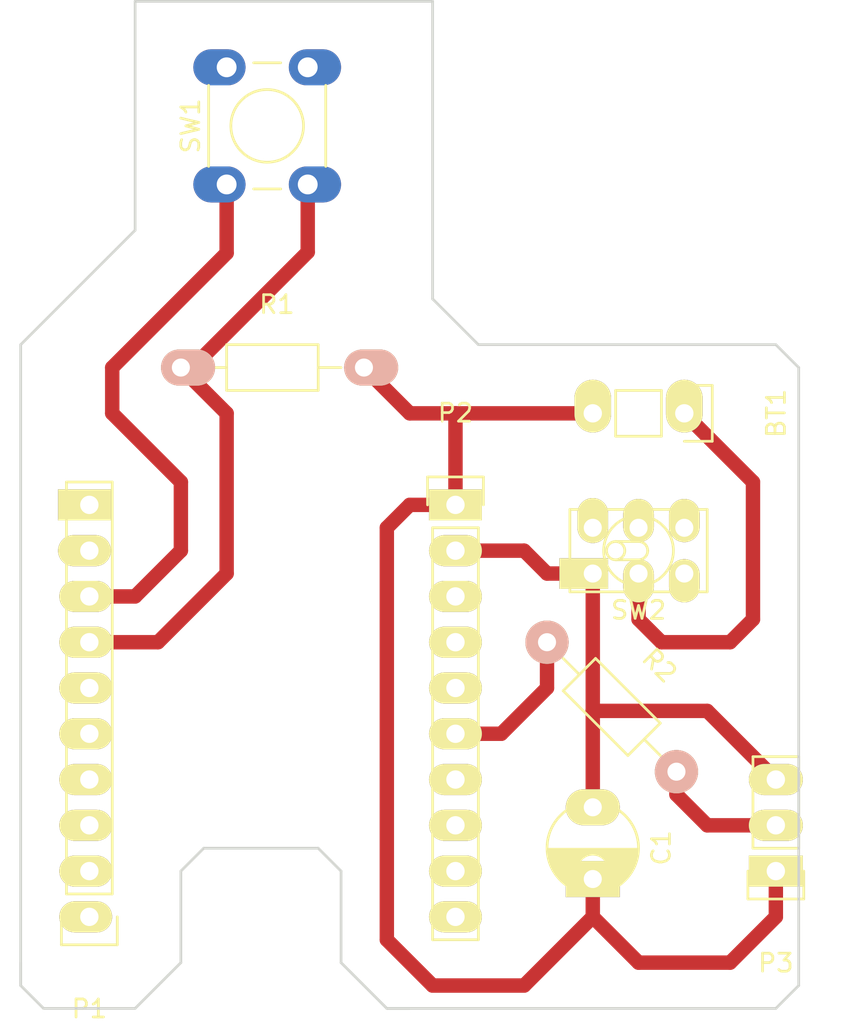
<source format=kicad_pcb>
(kicad_pcb (version 4) (host pcbnew 4.0.4-stable)

  (general
    (links 16)
    (no_connects 3)
    (area 111.206667 50.724999 160.573334 108.375)
    (thickness 1.6)
    (drawings 22)
    (tracks 50)
    (zones 0)
    (modules 9)
    (nets 23)
  )

  (page A4)
  (layers
    (0 F.Cu signal)
    (31 B.Cu signal)
    (32 B.Adhes user)
    (33 F.Adhes user)
    (34 B.Paste user)
    (35 F.Paste user)
    (36 B.SilkS user)
    (37 F.SilkS user)
    (38 B.Mask user)
    (39 F.Mask user)
    (40 Dwgs.User user)
    (41 Cmts.User user)
    (42 Eco1.User user)
    (43 Eco2.User user)
    (44 Edge.Cuts user)
    (45 Margin user)
    (46 B.CrtYd user)
    (47 F.CrtYd user)
    (48 B.Fab user)
    (49 F.Fab user)
  )

  (setup
    (last_trace_width 0.3)
    (user_trace_width 0.3)
    (user_trace_width 0.4)
    (user_trace_width 0.5)
    (user_trace_width 0.6)
    (user_trace_width 0.7)
    (user_trace_width 0.8)
    (trace_clearance 0.8)
    (zone_clearance 0.508)
    (zone_45_only no)
    (trace_min 0.3)
    (segment_width 0.2)
    (edge_width 0.15)
    (via_size 0.6)
    (via_drill 0.4)
    (via_min_size 0.4)
    (via_min_drill 0.3)
    (uvia_size 0.3)
    (uvia_drill 0.1)
    (uvias_allowed no)
    (uvia_min_size 0.2)
    (uvia_min_drill 0.1)
    (pcb_text_width 0.3)
    (pcb_text_size 1.5 1.5)
    (mod_edge_width 0.15)
    (mod_text_size 1 1)
    (mod_text_width 0.15)
    (pad_size 2.9 2)
    (pad_drill 1.1)
    (pad_to_mask_clearance 0.2)
    (aux_axis_origin 0 0)
    (visible_elements 7FFFFFFF)
    (pcbplotparams
      (layerselection 0x01000_80000001)
      (usegerberextensions false)
      (excludeedgelayer true)
      (linewidth 0.100000)
      (plotframeref false)
      (viasonmask false)
      (mode 1)
      (useauxorigin false)
      (hpglpennumber 1)
      (hpglpenspeed 20)
      (hpglpendiameter 15)
      (hpglpenoverlay 2)
      (psnegative false)
      (psa4output false)
      (plotreference true)
      (plotvalue true)
      (plotinvisibletext false)
      (padsonsilk false)
      (subtractmaskfromsilk false)
      (outputformat 1)
      (mirror false)
      (drillshape 0)
      (scaleselection 1)
      (outputdirectory gerbers/))
  )

  (net 0 "")
  (net 1 "Net-(BT1-Pad1)")
  (net 2 GND)
  (net 3 VBat)
  (net 4 TX)
  (net 5 RX)
  (net 6 5)
  (net 7 4)
  (net 8 0)
  (net 9 2)
  (net 10 15)
  (net 11 V33)
  (net 12 LDD)
  (net 13 V+)
  (net 14 13)
  (net 15 12)
  (net 16 14)
  (net 17 16)
  (net 18 EN)
  (net 19 A)
  (net 20 RST)
  (net 21 "Net-(P3-Pad2)")
  (net 22 "Net-(SW2-Pad3)")

  (net_class Default "This is the default net class."
    (clearance 0.8)
    (trace_width 0.3)
    (via_dia 0.6)
    (via_drill 0.4)
    (uvia_dia 0.3)
    (uvia_drill 0.1)
    (add_net 0)
    (add_net 12)
    (add_net 13)
    (add_net 14)
    (add_net 15)
    (add_net 16)
    (add_net 2)
    (add_net 4)
    (add_net 5)
    (add_net A)
    (add_net EN)
    (add_net GND)
    (add_net LDD)
    (add_net "Net-(BT1-Pad1)")
    (add_net "Net-(P3-Pad2)")
    (add_net "Net-(SW2-Pad3)")
    (add_net RST)
    (add_net RX)
    (add_net TX)
    (add_net V+)
    (add_net V33)
    (add_net VBat)
  )

  (module Resistors_ThroughHole:Resistor_Horizontal_RM10mm (layer F.Cu) (tedit 580BA752) (tstamp 580659FA)
    (at 142.24 86.36 315)
    (descr "Resistor, Axial,  RM 10mm, 1/3W")
    (tags "Resistor Axial RM 10mm 1/3W")
    (path /58066786)
    (fp_text reference R2 (at 5.32892 -3.50012 315) (layer F.SilkS)
      (effects (font (size 1 1) (thickness 0.15)))
    )
    (fp_text value R (at 5.08 3.81 315) (layer F.Fab)
      (effects (font (size 1 1) (thickness 0.15)))
    )
    (fp_line (start -1.25 -1.5) (end 11.4 -1.5) (layer F.CrtYd) (width 0.05))
    (fp_line (start -1.25 1.5) (end -1.25 -1.5) (layer F.CrtYd) (width 0.05))
    (fp_line (start 11.4 -1.5) (end 11.4 1.5) (layer F.CrtYd) (width 0.05))
    (fp_line (start -1.25 1.5) (end 11.4 1.5) (layer F.CrtYd) (width 0.05))
    (fp_line (start 2.54 -1.27) (end 7.62 -1.27) (layer F.SilkS) (width 0.15))
    (fp_line (start 7.62 -1.27) (end 7.62 1.27) (layer F.SilkS) (width 0.15))
    (fp_line (start 7.62 1.27) (end 2.54 1.27) (layer F.SilkS) (width 0.15))
    (fp_line (start 2.54 1.27) (end 2.54 -1.27) (layer F.SilkS) (width 0.15))
    (fp_line (start 2.54 0) (end 1.27 0) (layer F.SilkS) (width 0.15))
    (fp_line (start 7.62 0) (end 8.89 0) (layer F.SilkS) (width 0.15))
    (pad 1 thru_hole circle (at 0 0 315) (size 2.4 2.4) (drill 1.00076) (layers *.Cu *.SilkS *.Mask)
      (net 16 14))
    (pad 2 thru_hole circle (at 10.16 0 315) (size 2.4 2.4) (drill 1.00076) (layers *.Cu *.SilkS *.Mask)
      (net 21 "Net-(P3-Pad2)"))
    (model Resistors_ThroughHole.3dshapes/Resistor_Horizontal_RM10mm.wrl
      (at (xyz 0.2 0 0))
      (scale (xyz 0.4 0.4 0.4))
      (rotate (xyz 0 0 0))
    )
  )

  (module Capacitors_ThroughHole:C_Radial_D5_L11_P2.5 (layer F.Cu) (tedit 580BA707) (tstamp 580659CB)
    (at 144.78 96.52 270)
    (descr "Radial Electrolytic Capacitor Diameter 5mm x Length 11mm, Pitch 2.5mm")
    (tags "Electrolytic Capacitor")
    (path /58066A58)
    (fp_text reference C1 (at 1.25 -3.8 270) (layer F.SilkS)
      (effects (font (size 1 1) (thickness 0.15)))
    )
    (fp_text value CP1 (at 1.25 3.8 270) (layer F.Fab)
      (effects (font (size 1 1) (thickness 0.15)))
    )
    (fp_line (start 1.325 -2.499) (end 1.325 2.499) (layer F.SilkS) (width 0.15))
    (fp_line (start 1.465 -2.491) (end 1.465 2.491) (layer F.SilkS) (width 0.15))
    (fp_line (start 1.605 -2.475) (end 1.605 -0.095) (layer F.SilkS) (width 0.15))
    (fp_line (start 1.605 0.095) (end 1.605 2.475) (layer F.SilkS) (width 0.15))
    (fp_line (start 1.745 -2.451) (end 1.745 -0.49) (layer F.SilkS) (width 0.15))
    (fp_line (start 1.745 0.49) (end 1.745 2.451) (layer F.SilkS) (width 0.15))
    (fp_line (start 1.885 -2.418) (end 1.885 -0.657) (layer F.SilkS) (width 0.15))
    (fp_line (start 1.885 0.657) (end 1.885 2.418) (layer F.SilkS) (width 0.15))
    (fp_line (start 2.025 -2.377) (end 2.025 -0.764) (layer F.SilkS) (width 0.15))
    (fp_line (start 2.025 0.764) (end 2.025 2.377) (layer F.SilkS) (width 0.15))
    (fp_line (start 2.165 -2.327) (end 2.165 -0.835) (layer F.SilkS) (width 0.15))
    (fp_line (start 2.165 0.835) (end 2.165 2.327) (layer F.SilkS) (width 0.15))
    (fp_line (start 2.305 -2.266) (end 2.305 -0.879) (layer F.SilkS) (width 0.15))
    (fp_line (start 2.305 0.879) (end 2.305 2.266) (layer F.SilkS) (width 0.15))
    (fp_line (start 2.445 -2.196) (end 2.445 -0.898) (layer F.SilkS) (width 0.15))
    (fp_line (start 2.445 0.898) (end 2.445 2.196) (layer F.SilkS) (width 0.15))
    (fp_line (start 2.585 -2.114) (end 2.585 -0.896) (layer F.SilkS) (width 0.15))
    (fp_line (start 2.585 0.896) (end 2.585 2.114) (layer F.SilkS) (width 0.15))
    (fp_line (start 2.725 -2.019) (end 2.725 -0.871) (layer F.SilkS) (width 0.15))
    (fp_line (start 2.725 0.871) (end 2.725 2.019) (layer F.SilkS) (width 0.15))
    (fp_line (start 2.865 -1.908) (end 2.865 -0.823) (layer F.SilkS) (width 0.15))
    (fp_line (start 2.865 0.823) (end 2.865 1.908) (layer F.SilkS) (width 0.15))
    (fp_line (start 3.005 -1.78) (end 3.005 -0.745) (layer F.SilkS) (width 0.15))
    (fp_line (start 3.005 0.745) (end 3.005 1.78) (layer F.SilkS) (width 0.15))
    (fp_line (start 3.145 -1.631) (end 3.145 -0.628) (layer F.SilkS) (width 0.15))
    (fp_line (start 3.145 0.628) (end 3.145 1.631) (layer F.SilkS) (width 0.15))
    (fp_line (start 3.285 -1.452) (end 3.285 -0.44) (layer F.SilkS) (width 0.15))
    (fp_line (start 3.285 0.44) (end 3.285 1.452) (layer F.SilkS) (width 0.15))
    (fp_line (start 3.425 -1.233) (end 3.425 1.233) (layer F.SilkS) (width 0.15))
    (fp_line (start 3.565 -0.944) (end 3.565 0.944) (layer F.SilkS) (width 0.15))
    (fp_line (start 3.705 -0.472) (end 3.705 0.472) (layer F.SilkS) (width 0.15))
    (fp_circle (center 2.5 0) (end 2.5 -0.9) (layer F.SilkS) (width 0.15))
    (fp_circle (center 1.25 0) (end 1.25 -2.5375) (layer F.SilkS) (width 0.15))
    (fp_circle (center 1.25 0) (end 1.25 -2.8) (layer F.CrtYd) (width 0.05))
    (pad 1 thru_hole oval (at -1 0 270) (size 2 3) (drill 1) (layers *.Cu *.Mask F.SilkS)
      (net 3 VBat))
    (pad 2 thru_hole rect (at 2.98 0 270) (size 2 3) (drill 1) (layers *.Cu *.Mask F.SilkS)
      (net 2 GND))
    (model Capacitors_ThroughHole.3dshapes/C_Radial_D5_L11_P2.5.wrl
      (at (xyz 0.049213 0 0))
      (scale (xyz 1 1 1))
      (rotate (xyz 0 0 90))
    )
  )

  (module Pin_Headers:Pin_Header_Straight_1x02 (layer F.Cu) (tedit 580BA8D3) (tstamp 580659C5)
    (at 149.86 73.66 270)
    (descr "Through hole pin header")
    (tags "pin header")
    (path /58066F7A)
    (fp_text reference BT1 (at 0 -5.1 270) (layer F.SilkS)
      (effects (font (size 1 1) (thickness 0.15)))
    )
    (fp_text value Battery (at 0 -3.1 270) (layer F.Fab)
      (effects (font (size 1 1) (thickness 0.15)))
    )
    (fp_line (start 1.27 1.27) (end 1.27 3.81) (layer F.SilkS) (width 0.15))
    (fp_line (start 1.55 -1.55) (end 1.55 0) (layer F.SilkS) (width 0.15))
    (fp_line (start -1.75 -1.75) (end -1.75 4.3) (layer F.CrtYd) (width 0.05))
    (fp_line (start 1.75 -1.75) (end 1.75 4.3) (layer F.CrtYd) (width 0.05))
    (fp_line (start -1.75 -1.75) (end 1.75 -1.75) (layer F.CrtYd) (width 0.05))
    (fp_line (start -1.75 4.3) (end 1.75 4.3) (layer F.CrtYd) (width 0.05))
    (fp_line (start 1.27 1.27) (end -1.27 1.27) (layer F.SilkS) (width 0.15))
    (fp_line (start -1.55 0) (end -1.55 -1.55) (layer F.SilkS) (width 0.15))
    (fp_line (start -1.55 -1.55) (end 1.55 -1.55) (layer F.SilkS) (width 0.15))
    (fp_line (start -1.27 1.27) (end -1.27 3.81) (layer F.SilkS) (width 0.15))
    (fp_line (start -1.27 3.81) (end 1.27 3.81) (layer F.SilkS) (width 0.15))
    (pad 1 thru_hole oval (at 0 0 270) (size 2.932 2.032) (drill 1.016 (offset -0.4 0)) (layers *.Cu *.Mask F.SilkS)
      (net 1 "Net-(BT1-Pad1)"))
    (pad 2 thru_hole oval (at 0 5.08 270) (size 2.932 2.032) (drill 1.016 (offset -0.4 0)) (layers *.Cu *.Mask F.SilkS)
      (net 2 GND))
    (model Pin_Headers.3dshapes/Pin_Header_Straight_1x02.wrl
      (at (xyz 0 -0.05 0))
      (scale (xyz 1 1 1))
      (rotate (xyz 0 0 90))
    )
  )

  (module Pin_Headers:Pin_Header_Straight_1x10 (layer F.Cu) (tedit 580BA595) (tstamp 580659D9)
    (at 116.84 101.6 180)
    (descr "Through hole pin header")
    (tags "pin header")
    (path /58067235)
    (fp_text reference P1 (at 0 -5.1 180) (layer F.SilkS)
      (effects (font (size 1 1) (thickness 0.15)))
    )
    (fp_text value CONN_01X10 (at 0 -3.1 180) (layer F.Fab)
      (effects (font (size 1 1) (thickness 0.15)))
    )
    (fp_line (start -1.75 -1.75) (end -1.75 24.65) (layer F.CrtYd) (width 0.05))
    (fp_line (start 1.75 -1.75) (end 1.75 24.65) (layer F.CrtYd) (width 0.05))
    (fp_line (start -1.75 -1.75) (end 1.75 -1.75) (layer F.CrtYd) (width 0.05))
    (fp_line (start -1.75 24.65) (end 1.75 24.65) (layer F.CrtYd) (width 0.05))
    (fp_line (start 1.27 1.27) (end 1.27 24.13) (layer F.SilkS) (width 0.15))
    (fp_line (start 1.27 24.13) (end -1.27 24.13) (layer F.SilkS) (width 0.15))
    (fp_line (start -1.27 24.13) (end -1.27 1.27) (layer F.SilkS) (width 0.15))
    (fp_line (start 1.55 -1.55) (end 1.55 0) (layer F.SilkS) (width 0.15))
    (fp_line (start 1.27 1.27) (end -1.27 1.27) (layer F.SilkS) (width 0.15))
    (fp_line (start -1.55 0) (end -1.55 -1.55) (layer F.SilkS) (width 0.15))
    (fp_line (start -1.55 -1.55) (end 1.55 -1.55) (layer F.SilkS) (width 0.15))
    (pad 1 thru_hole oval (at 0 0 180) (size 2.932 1.7272) (drill 1.016 (offset 0.2 0)) (layers *.Cu *.Mask F.SilkS)
      (net 4 TX))
    (pad 2 thru_hole oval (at 0 2.54 180) (size 2.932 1.7272) (drill 1.016 (offset 0.2 0)) (layers *.Cu *.Mask F.SilkS)
      (net 5 RX))
    (pad 3 thru_hole oval (at 0 5.08 180) (size 2.932 1.7272) (drill 1.016 (offset 0.2 0)) (layers *.Cu *.Mask F.SilkS)
      (net 6 5))
    (pad 4 thru_hole oval (at 0 7.62 180) (size 2.932 1.7272) (drill 1.016 (offset 0.2 0)) (layers *.Cu *.Mask F.SilkS)
      (net 7 4))
    (pad 5 thru_hole oval (at 0 10.16 180) (size 2.932 1.7272) (drill 1.016 (offset 0.2 0)) (layers *.Cu *.Mask F.SilkS)
      (net 8 0))
    (pad 6 thru_hole oval (at 0 12.7 180) (size 2.932 1.7272) (drill 1.016 (offset 0.2 0)) (layers *.Cu *.Mask F.SilkS)
      (net 9 2))
    (pad 7 thru_hole oval (at 0 15.24 180) (size 2.932 1.7272) (drill 1.016 (offset 0.2 0)) (layers *.Cu *.Mask F.SilkS)
      (net 10 15))
    (pad 8 thru_hole oval (at 0 17.78 180) (size 2.932 1.7272) (drill 1.016 (offset 0.2 0)) (layers *.Cu *.Mask F.SilkS)
      (net 11 V33))
    (pad 9 thru_hole oval (at 0 20.32 180) (size 2.932 1.7272) (drill 1.016 (offset 0.27 0)) (layers *.Cu *.Mask F.SilkS)
      (net 12 LDD))
    (pad 10 thru_hole rect (at 0 22.86 180) (size 2.932 1.7272) (drill 1.016 (offset 0.27 0)) (layers *.Cu *.Mask F.SilkS)
      (net 2 GND))
    (model Pin_Headers.3dshapes/Pin_Header_Straight_1x10.wrl
      (at (xyz 0 -0.45 0))
      (scale (xyz 1 1 1))
      (rotate (xyz 0 0 90))
    )
  )

  (module Pin_Headers:Pin_Header_Straight_1x10 (layer F.Cu) (tedit 580BA6CC) (tstamp 580659E7)
    (at 137.16 78.74)
    (descr "Through hole pin header")
    (tags "pin header")
    (path /580666ED)
    (fp_text reference P2 (at 0 -5.1) (layer F.SilkS)
      (effects (font (size 1 1) (thickness 0.15)))
    )
    (fp_text value CONN_01X10 (at 0 -3.1) (layer F.Fab)
      (effects (font (size 1 1) (thickness 0.15)))
    )
    (fp_line (start -1.75 -1.75) (end -1.75 24.65) (layer F.CrtYd) (width 0.05))
    (fp_line (start 1.75 -1.75) (end 1.75 24.65) (layer F.CrtYd) (width 0.05))
    (fp_line (start -1.75 -1.75) (end 1.75 -1.75) (layer F.CrtYd) (width 0.05))
    (fp_line (start -1.75 24.65) (end 1.75 24.65) (layer F.CrtYd) (width 0.05))
    (fp_line (start 1.27 1.27) (end 1.27 24.13) (layer F.SilkS) (width 0.15))
    (fp_line (start 1.27 24.13) (end -1.27 24.13) (layer F.SilkS) (width 0.15))
    (fp_line (start -1.27 24.13) (end -1.27 1.27) (layer F.SilkS) (width 0.15))
    (fp_line (start 1.55 -1.55) (end 1.55 0) (layer F.SilkS) (width 0.15))
    (fp_line (start 1.27 1.27) (end -1.27 1.27) (layer F.SilkS) (width 0.15))
    (fp_line (start -1.55 0) (end -1.55 -1.55) (layer F.SilkS) (width 0.15))
    (fp_line (start -1.55 -1.55) (end 1.55 -1.55) (layer F.SilkS) (width 0.15))
    (pad 1 thru_hole rect (at 0 0) (size 2.932 1.7272) (drill 1.016) (layers *.Cu *.Mask F.SilkS)
      (net 2 GND))
    (pad 2 thru_hole oval (at 0 2.54) (size 2.932 1.7272) (drill 1.016) (layers *.Cu *.Mask F.SilkS)
      (net 3 VBat))
    (pad 3 thru_hole oval (at 0 5.08) (size 2.932 1.7272) (drill 1.016) (layers *.Cu *.Mask F.SilkS)
      (net 13 V+))
    (pad 4 thru_hole oval (at 0 7.62) (size 2.932 1.7272) (drill 1.016) (layers *.Cu *.Mask F.SilkS)
      (net 14 13))
    (pad 5 thru_hole oval (at 0 10.16) (size 2.932 1.7272) (drill 1.016) (layers *.Cu *.Mask F.SilkS)
      (net 15 12))
    (pad 6 thru_hole oval (at 0 12.7) (size 2.932 1.7272) (drill 1.016) (layers *.Cu *.Mask F.SilkS)
      (net 16 14))
    (pad 7 thru_hole oval (at 0 15.24) (size 2.932 1.7272) (drill 1.016) (layers *.Cu *.Mask F.SilkS)
      (net 17 16))
    (pad 8 thru_hole oval (at 0 17.78) (size 2.932 1.7272) (drill 1.016) (layers *.Cu *.Mask F.SilkS)
      (net 18 EN))
    (pad 9 thru_hole oval (at 0 20.32) (size 2.932 1.7272) (drill 1.016) (layers *.Cu *.Mask F.SilkS)
      (net 19 A))
    (pad 10 thru_hole oval (at 0 22.86) (size 2.932 1.7272) (drill 1.016) (layers *.Cu *.Mask F.SilkS)
      (net 20 RST))
    (model Pin_Headers.3dshapes/Pin_Header_Straight_1x10.wrl
      (at (xyz 0 -0.45 0))
      (scale (xyz 1 1 1))
      (rotate (xyz 0 0 90))
    )
  )

  (module Pin_Headers:Pin_Header_Straight_1x03 (layer F.Cu) (tedit 5808FD89) (tstamp 580659EE)
    (at 154.94 99.06 180)
    (descr "Through hole pin header")
    (tags "pin header")
    (path /5806943E)
    (fp_text reference P3 (at 0 -5.1 180) (layer F.SilkS)
      (effects (font (size 1 1) (thickness 0.15)))
    )
    (fp_text value CONN_01X03 (at 0 -3.1 180) (layer F.Fab)
      (effects (font (size 1 1) (thickness 0.15)))
    )
    (fp_line (start -1.75 -1.75) (end -1.75 6.85) (layer F.CrtYd) (width 0.05))
    (fp_line (start 1.75 -1.75) (end 1.75 6.85) (layer F.CrtYd) (width 0.05))
    (fp_line (start -1.75 -1.75) (end 1.75 -1.75) (layer F.CrtYd) (width 0.05))
    (fp_line (start -1.75 6.85) (end 1.75 6.85) (layer F.CrtYd) (width 0.05))
    (fp_line (start -1.27 1.27) (end -1.27 6.35) (layer F.SilkS) (width 0.15))
    (fp_line (start -1.27 6.35) (end 1.27 6.35) (layer F.SilkS) (width 0.15))
    (fp_line (start 1.27 6.35) (end 1.27 1.27) (layer F.SilkS) (width 0.15))
    (fp_line (start 1.55 -1.55) (end 1.55 0) (layer F.SilkS) (width 0.15))
    (fp_line (start 1.27 1.27) (end -1.27 1.27) (layer F.SilkS) (width 0.15))
    (fp_line (start -1.55 0) (end -1.55 -1.55) (layer F.SilkS) (width 0.15))
    (fp_line (start -1.55 -1.55) (end 1.55 -1.55) (layer F.SilkS) (width 0.15))
    (pad 1 thru_hole rect (at 0 0 180) (size 3 1.7272) (drill 1.016) (layers *.Cu *.Mask F.SilkS)
      (net 2 GND))
    (pad 2 thru_hole oval (at 0 2.54 180) (size 3 1.7272) (drill 1.016) (layers *.Cu *.Mask F.SilkS)
      (net 21 "Net-(P3-Pad2)"))
    (pad 3 thru_hole oval (at 0 5.08 180) (size 3 1.7272) (drill 1.016) (layers *.Cu *.Mask F.SilkS)
      (net 3 VBat))
    (model Pin_Headers.3dshapes/Pin_Header_Straight_1x03.wrl
      (at (xyz 0 -0.1 0))
      (scale (xyz 1 1 1))
      (rotate (xyz 0 0 90))
    )
  )

  (module Resistors_ThroughHole:Resistor_Horizontal_RM10mm (layer F.Cu) (tedit 580BA913) (tstamp 580659F4)
    (at 121.92 71.12)
    (descr "Resistor, Axial,  RM 10mm, 1/3W")
    (tags "Resistor Axial RM 10mm 1/3W")
    (path /580685CF)
    (fp_text reference R1 (at 5.32892 -3.50012) (layer F.SilkS)
      (effects (font (size 1 1) (thickness 0.15)))
    )
    (fp_text value R (at 5.08 3.81) (layer F.Fab)
      (effects (font (size 1 1) (thickness 0.15)))
    )
    (fp_line (start -1.25 -1.5) (end 11.4 -1.5) (layer F.CrtYd) (width 0.05))
    (fp_line (start -1.25 1.5) (end -1.25 -1.5) (layer F.CrtYd) (width 0.05))
    (fp_line (start 11.4 -1.5) (end 11.4 1.5) (layer F.CrtYd) (width 0.05))
    (fp_line (start -1.25 1.5) (end 11.4 1.5) (layer F.CrtYd) (width 0.05))
    (fp_line (start 2.54 -1.27) (end 7.62 -1.27) (layer F.SilkS) (width 0.15))
    (fp_line (start 7.62 -1.27) (end 7.62 1.27) (layer F.SilkS) (width 0.15))
    (fp_line (start 7.62 1.27) (end 2.54 1.27) (layer F.SilkS) (width 0.15))
    (fp_line (start 2.54 1.27) (end 2.54 -1.27) (layer F.SilkS) (width 0.15))
    (fp_line (start 2.54 0) (end 1.27 0) (layer F.SilkS) (width 0.15))
    (fp_line (start 7.62 0) (end 8.89 0) (layer F.SilkS) (width 0.15))
    (pad 1 thru_hole oval (at 0 0) (size 2.99898 1.99898) (drill 1.00076 (offset 0.4 0)) (layers *.Cu *.SilkS *.Mask)
      (net 10 15))
    (pad 2 thru_hole oval (at 10.16 0) (size 2.99898 1.99898) (drill 1.00076 (offset 0.4 0)) (layers *.Cu *.SilkS *.Mask)
      (net 2 GND))
    (model Resistors_ThroughHole.3dshapes/Resistor_Horizontal_RM10mm.wrl
      (at (xyz 0.2 0 0))
      (scale (xyz 0.4 0.4 0.4))
      (rotate (xyz 0 0 0))
    )
  )

  (module Buttons_Switches_ThroughHole:SW_PUSH_6mm (layer F.Cu) (tedit 580BA96C) (tstamp 58065A02)
    (at 124.46 60.96 90)
    (descr https://www.omron.com/ecb/products/pdf/en-b3f.pdf)
    (tags "tact sw push 6mm")
    (path /580672E6)
    (fp_text reference SW1 (at 3.25 -2 90) (layer F.SilkS)
      (effects (font (size 1 1) (thickness 0.15)))
    )
    (fp_text value SW_PUSH (at 3.75 6.7 90) (layer F.Fab)
      (effects (font (size 1 1) (thickness 0.15)))
    )
    (fp_line (start 3.25 -0.75) (end 6.25 -0.75) (layer F.Fab) (width 0.15))
    (fp_line (start 6.25 -0.75) (end 6.25 5.25) (layer F.Fab) (width 0.15))
    (fp_line (start 6.25 5.25) (end 0.25 5.25) (layer F.Fab) (width 0.15))
    (fp_line (start 0.25 5.25) (end 0.25 -0.75) (layer F.Fab) (width 0.15))
    (fp_line (start 0.25 -0.75) (end 3.25 -0.75) (layer F.Fab) (width 0.15))
    (fp_line (start 7.75 6) (end 8 6) (layer F.CrtYd) (width 0.05))
    (fp_line (start 8 6) (end 8 5.75) (layer F.CrtYd) (width 0.05))
    (fp_line (start 7.75 -1.5) (end 8 -1.5) (layer F.CrtYd) (width 0.05))
    (fp_line (start 8 -1.5) (end 8 -1.25) (layer F.CrtYd) (width 0.05))
    (fp_line (start -1.5 -1.25) (end -1.5 -1.5) (layer F.CrtYd) (width 0.05))
    (fp_line (start -1.5 -1.5) (end -1.25 -1.5) (layer F.CrtYd) (width 0.05))
    (fp_line (start -1.5 5.75) (end -1.5 6) (layer F.CrtYd) (width 0.05))
    (fp_line (start -1.5 6) (end -1.25 6) (layer F.CrtYd) (width 0.05))
    (fp_circle (center 3.25 2.25) (end 1.25 2.5) (layer F.SilkS) (width 0.15))
    (fp_line (start -1.25 -1.5) (end 7.75 -1.5) (layer F.CrtYd) (width 0.05))
    (fp_line (start -1.5 5.75) (end -1.5 -1.25) (layer F.CrtYd) (width 0.05))
    (fp_line (start 7.75 6) (end -1.25 6) (layer F.CrtYd) (width 0.05))
    (fp_line (start 8 -1.25) (end 8 5.75) (layer F.CrtYd) (width 0.05))
    (fp_line (start 1 5.5) (end 5.5 5.5) (layer F.SilkS) (width 0.15))
    (fp_line (start -0.25 1.5) (end -0.25 3) (layer F.SilkS) (width 0.15))
    (fp_line (start 5.5 -1) (end 1 -1) (layer F.SilkS) (width 0.15))
    (fp_line (start 6.75 3) (end 6.75 1.5) (layer F.SilkS) (width 0.15))
    (pad 2 thru_hole oval (at 0 4.5 180) (size 2.9 2) (drill 1.1 (offset -0.4 0)) (layers *.Cu *.Mask)
      (net 10 15))
    (pad 1 thru_hole oval (at 0 0 180) (size 2.9 2) (drill 1.1 (offset 0.4 0)) (layers *.Cu *.Mask)
      (net 11 V33))
    (pad 2 thru_hole oval (at 6.5 4.5 180) (size 2.9 2) (drill 1.1 (offset -0.4 0)) (layers *.Cu *.Mask)
      (net 10 15))
    (pad 1 thru_hole oval (at 6.5 0 180) (size 2.9 2) (drill 1.1 (offset 0.4 0)) (layers *.Cu *.Mask)
      (net 11 V33))
  )

  (module Buttons_Switches_ThroughHole:SW_NKK_G1xJP (layer F.Cu) (tedit 580BA868) (tstamp 58065A0C)
    (at 147.32 81.28)
    (descr "Switch Nikkai ref G1xJP")
    (tags "SWITCH DEV TOGGLE ILLUM SPDT")
    (path /58066CE8)
    (fp_text reference SW2 (at 0 3.302) (layer F.SilkS)
      (effects (font (size 1 1) (thickness 0.15)))
    )
    (fp_text value Switch_SPDT_x2 (at 0.254 -3.302) (layer F.Fab)
      (effects (font (size 1 1) (thickness 0.15)))
    )
    (fp_circle (center -1.27 0) (end -1.778 0) (layer F.SilkS) (width 0.15))
    (fp_line (start 0 0.508) (end -1.27 0.508) (layer F.SilkS) (width 0.15))
    (fp_line (start -1.27 -0.508) (end 0 -0.508) (layer F.SilkS) (width 0.15))
    (fp_arc (start 0 0) (end 0 -0.508) (angle 90) (layer F.SilkS) (width 0.15))
    (fp_arc (start 0 0) (end 0.508 0) (angle 90) (layer F.SilkS) (width 0.15))
    (fp_circle (center 0 0) (end -0.762 -1.778) (layer F.SilkS) (width 0.15))
    (fp_line (start 3.81 -2.286) (end 3.81 2.286) (layer F.SilkS) (width 0.15))
    (fp_line (start -3.81 -2.286) (end -3.81 2.286) (layer F.SilkS) (width 0.15))
    (fp_line (start -3.81 -2.286) (end 3.81 -2.286) (layer F.SilkS) (width 0.15))
    (fp_line (start 3.81 2.286) (end -3.81 2.286) (layer F.SilkS) (width 0.15))
    (pad 1 thru_hole rect (at -2.54 1.27) (size 2.7 1.7) (drill 1 (offset -0.5 0)) (layers *.Cu *.Mask F.SilkS)
      (net 3 VBat))
    (pad 2 thru_hole oval (at 0 1.27) (size 1.7 2.4) (drill 1 (offset 0 0.4)) (layers *.Cu *.Mask F.SilkS)
      (net 1 "Net-(BT1-Pad1)"))
    (pad 3 thru_hole oval (at 2.54 1.27) (size 1.7 2.4) (drill 1 (offset 0 0.4)) (layers *.Cu *.Mask F.SilkS)
      (net 22 "Net-(SW2-Pad3)"))
    (pad 4 thru_hole oval (at 2.54 -1.27) (size 1.7 2.4) (drill 1 (offset 0 -0.4)) (layers *.Cu *.Mask F.SilkS))
    (pad 5 thru_hole oval (at 0 -1.27) (size 1.7 2.4) (drill 1 (offset 0 -0.4)) (layers *.Cu *.Mask F.SilkS))
    (pad 6 thru_hole oval (at -2.54 -1.27) (size 1.7 2.5) (drill 1 (offset 0 -0.4)) (layers *.Cu *.Mask F.SilkS))
    (model Buttons_Switches_ThroughHole.3dshapes/SW_NKK_G1xJP.wrl
      (at (xyz 0 0 0))
      (scale (xyz 0.33 0.33 0.33))
      (rotate (xyz 0 0 0))
    )
  )

  (gr_line (start 121.92 99.06) (end 121.92 104.14) (angle 90) (layer Edge.Cuts) (width 0.15))
  (gr_line (start 123.19 97.79) (end 121.92 99.06) (angle 90) (layer Edge.Cuts) (width 0.15))
  (gr_line (start 129.54 97.79) (end 123.19 97.79) (angle 90) (layer Edge.Cuts) (width 0.15))
  (gr_line (start 130.81 99.06) (end 129.54 97.79) (angle 90) (layer Edge.Cuts) (width 0.15))
  (gr_line (start 130.81 104.14) (end 130.81 99.06) (angle 90) (layer Edge.Cuts) (width 0.15))
  (gr_line (start 133.35 106.68) (end 134.62 106.68) (angle 90) (layer Edge.Cuts) (width 0.15))
  (gr_line (start 130.81 104.14) (end 133.35 106.68) (angle 90) (layer Edge.Cuts) (width 0.15))
  (gr_line (start 113.03 105.41) (end 113.03 104.14) (angle 90) (layer Edge.Cuts) (width 0.15))
  (gr_line (start 114.3 106.68) (end 113.03 105.41) (angle 90) (layer Edge.Cuts) (width 0.15))
  (gr_line (start 119.38 106.68) (end 114.3 106.68) (angle 90) (layer Edge.Cuts) (width 0.15))
  (gr_line (start 121.92 104.14) (end 119.38 106.68) (angle 90) (layer Edge.Cuts) (width 0.15))
  (gr_line (start 154.94 106.68) (end 133.35 106.68) (angle 90) (layer Edge.Cuts) (width 0.15))
  (gr_line (start 156.21 105.41) (end 154.94 106.68) (angle 90) (layer Edge.Cuts) (width 0.15))
  (gr_line (start 156.21 71.12) (end 156.21 105.41) (angle 90) (layer Edge.Cuts) (width 0.15))
  (gr_line (start 154.94 69.85) (end 156.21 71.12) (angle 90) (layer Edge.Cuts) (width 0.15))
  (gr_line (start 138.43 69.85) (end 154.94 69.85) (angle 90) (layer Edge.Cuts) (width 0.15))
  (gr_line (start 135.89 67.31) (end 138.43 69.85) (angle 90) (layer Edge.Cuts) (width 0.15))
  (gr_line (start 135.89 50.8) (end 135.89 67.31) (angle 90) (layer Edge.Cuts) (width 0.15))
  (gr_line (start 119.38 50.8) (end 135.89 50.8) (angle 90) (layer Edge.Cuts) (width 0.15))
  (gr_line (start 119.38 63.5) (end 119.38 50.8) (angle 90) (layer Edge.Cuts) (width 0.15))
  (gr_line (start 113.03 69.85) (end 119.38 63.5) (angle 90) (layer Edge.Cuts) (width 0.15))
  (gr_line (start 113.03 105.41) (end 113.03 69.85) (angle 90) (layer Edge.Cuts) (width 0.15))

  (segment (start 147.32 82.55) (end 147.32 85.09) (width 0.8) (layer F.Cu) (net 1))
  (segment (start 147.32 85.09) (end 148.59 86.36) (width 0.8) (layer F.Cu) (net 1) (tstamp 580BA0CE))
  (segment (start 148.59 86.36) (end 152.4 86.36) (width 0.8) (layer F.Cu) (net 1) (tstamp 580BA0CF))
  (segment (start 152.4 86.36) (end 153.67 85.09) (width 0.8) (layer F.Cu) (net 1) (tstamp 580BA0D3))
  (segment (start 153.67 85.09) (end 153.67 77.47) (width 0.8) (layer F.Cu) (net 1) (tstamp 580BA0DC))
  (segment (start 153.67 77.47) (end 149.86 73.66) (width 0.8) (layer F.Cu) (net 1) (tstamp 580BA0DF))
  (segment (start 144.78 101.6) (end 147.32 104.14) (width 0.8) (layer F.Cu) (net 2))
  (segment (start 154.94 101.6) (end 154.94 99.06) (width 0.8) (layer F.Cu) (net 2) (tstamp 580BA32F))
  (segment (start 152.4 104.14) (end 154.94 101.6) (width 0.8) (layer F.Cu) (net 2) (tstamp 580BA329))
  (segment (start 147.32 104.14) (end 152.4 104.14) (width 0.8) (layer F.Cu) (net 2) (tstamp 580BA324))
  (segment (start 144.78 99.5) (end 144.78 101.6) (width 0.8) (layer F.Cu) (net 2))
  (segment (start 144.78 101.6) (end 140.97 105.41) (width 0.8) (layer F.Cu) (net 2) (tstamp 580A2A52))
  (segment (start 140.97 105.41) (end 135.89 105.41) (width 0.8) (layer F.Cu) (net 2) (tstamp 580A2A61))
  (segment (start 135.89 105.41) (end 133.35 102.87) (width 0.8) (layer F.Cu) (net 2) (tstamp 580A2A64))
  (segment (start 133.35 102.87) (end 133.35 80.01) (width 0.8) (layer F.Cu) (net 2) (tstamp 580A2A67))
  (segment (start 133.35 80.01) (end 134.62 78.74) (width 0.8) (layer F.Cu) (net 2) (tstamp 580A2A6C))
  (segment (start 134.62 78.74) (end 137.16 78.74) (width 0.8) (layer F.Cu) (net 2) (tstamp 580A2A6F))
  (segment (start 154.94 99.695) (end 154.94 99.06) (width 0.3) (layer F.Cu) (net 2) (tstamp 5808FED4))
  (segment (start 137.16 73.66) (end 137.16 78.74) (width 0.8) (layer F.Cu) (net 2))
  (segment (start 144.78 73.66) (end 137.16 73.66) (width 0.8) (layer F.Cu) (net 2))
  (segment (start 137.16 73.66) (end 134.62 73.66) (width 0.8) (layer F.Cu) (net 2) (tstamp 5808FE76))
  (segment (start 134.62 73.66) (end 132.08 71.12) (width 0.8) (layer F.Cu) (net 2) (tstamp 5808FE72))
  (segment (start 154.94 93.98) (end 151.13 90.17) (width 0.8) (layer F.Cu) (net 3))
  (segment (start 151.13 90.17) (end 144.78 90.17) (width 0.8) (layer F.Cu) (net 3) (tstamp 580A2442))
  (segment (start 144.78 82.55) (end 144.78 90.17) (width 0.8) (layer F.Cu) (net 3))
  (segment (start 144.78 90.17) (end 144.78 95.52) (width 0.8) (layer F.Cu) (net 3) (tstamp 580A244B))
  (segment (start 144.78 82.55) (end 142.24 82.55) (width 0.8) (layer F.Cu) (net 3))
  (segment (start 140.97 81.28) (end 137.16 81.28) (width 0.8) (layer F.Cu) (net 3) (tstamp 5808FF13))
  (segment (start 142.24 82.55) (end 140.97 81.28) (width 0.8) (layer F.Cu) (net 3) (tstamp 5808FF11))
  (segment (start 116.84 86.36) (end 120.65 86.36) (width 0.8) (layer F.Cu) (net 10))
  (segment (start 120.65 86.36) (end 124.46 82.55) (width 0.8) (layer F.Cu) (net 10) (tstamp 580A24B4))
  (segment (start 124.46 82.55) (end 124.46 73.66) (width 0.8) (layer F.Cu) (net 10) (tstamp 580A24B8))
  (segment (start 124.46 73.66) (end 121.92 71.12) (width 0.8) (layer F.Cu) (net 10) (tstamp 580A24BB))
  (segment (start 121.92 71.12) (end 122.555 71.12) (width 0.3) (layer F.Cu) (net 10))
  (segment (start 122.555 71.12) (end 128.96 64.715) (width 0.8) (layer F.Cu) (net 10) (tstamp 5808FEEF))
  (segment (start 128.96 64.715) (end 128.96 60.96) (width 0.8) (layer F.Cu) (net 10) (tstamp 5808FEF0))
  (segment (start 124.46 60.96) (end 124.46 64.77) (width 0.8) (layer F.Cu) (net 11))
  (segment (start 119.38 83.82) (end 116.84 83.82) (width 0.8) (layer F.Cu) (net 11) (tstamp 580A2637))
  (segment (start 121.92 81.28) (end 119.38 83.82) (width 0.8) (layer F.Cu) (net 11) (tstamp 580A2630))
  (segment (start 121.92 77.47) (end 121.92 81.28) (width 0.8) (layer F.Cu) (net 11) (tstamp 580A2625))
  (segment (start 118.11 73.66) (end 121.92 77.47) (width 0.8) (layer F.Cu) (net 11) (tstamp 580A2624))
  (segment (start 118.11 71.12) (end 118.11 73.66) (width 0.8) (layer F.Cu) (net 11) (tstamp 580A261D))
  (segment (start 124.46 64.77) (end 118.11 71.12) (width 0.8) (layer F.Cu) (net 11) (tstamp 580A261B))
  (segment (start 137.16 91.44) (end 139.7 91.44) (width 0.8) (layer F.Cu) (net 16))
  (segment (start 139.7 91.44) (end 142.24 88.9) (width 0.8) (layer F.Cu) (net 16) (tstamp 580A2731))
  (segment (start 142.24 88.9) (end 142.24 86.36) (width 0.8) (layer F.Cu) (net 16) (tstamp 580A2733))
  (segment (start 154.94 96.52) (end 151.13 96.52) (width 0.8) (layer F.Cu) (net 21))
  (segment (start 151.13 96.52) (end 149.424205 94.814205) (width 0.8) (layer F.Cu) (net 21) (tstamp 580A2745))
  (segment (start 149.424205 94.814205) (end 149.424205 93.544205) (width 0.8) (layer F.Cu) (net 21) (tstamp 580A274A))
  (segment (start 154.504205 96.084205) (end 154.94 96.52) (width 0.3) (layer F.Cu) (net 21) (tstamp 5808FF64))

)

</source>
